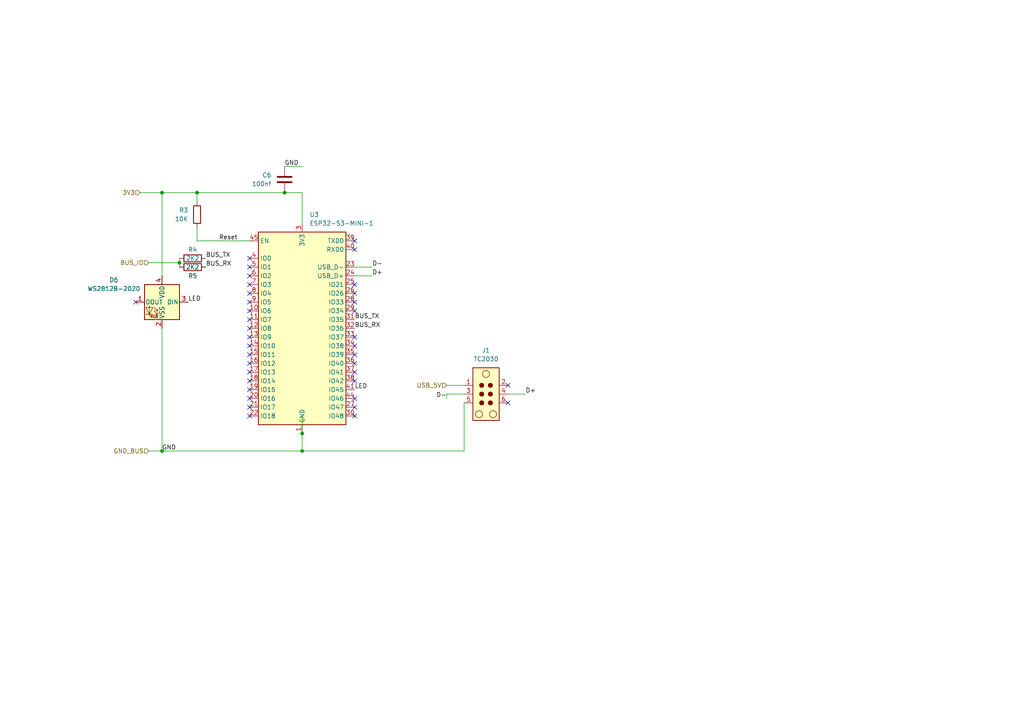
<source format=kicad_sch>
(kicad_sch (version 20250114) (generator "eeschema") (generator_version "9.0")
  (paper "A4")
  (title_block (title "ESP32 Controller") (date "2025-12-31") (rev "1.0"))
  (lib_symbols
    (symbol "Connector:TC2030" (in_bom no)
      (property "Reference" "J" (at 1.27 8.89 0))
      (property "Value" "TC2030" (at 1.27 -8.89 0))
      (symbol "TC2030_1_1"
        (rectangle (start -2.54 7.62) (end 5.08 -7.62) (stroke (width 0.254)) (fill (type background)))
        (circle (center -0.762 -5.842) (radius 1.016))
        (circle (center 0 2.54) (radius 0.635) (fill (type outline)))
        (circle (center 0 0) (radius 0.635) (fill (type outline)))
        (circle (center 0 -2.54) (radius 0.635) (fill (type outline)))
        (circle (center 1.27 5.842) (radius 1.016))
        (circle (center 2.54 2.54) (radius 0.635) (fill (type outline)))
        (circle (center 2.54 0) (radius 0.635) (fill (type outline)))
        (circle (center 2.54 -2.54) (radius 0.635) (fill (type outline)))
        (circle (center 3.302 -5.842) (radius 1.016))
        (pin passive line (at -5.08 2.54 0) (length 2.54) (name "~") (number "1"))
        (pin passive line (at -5.08 0 0) (length 2.54) (name "~") (number "3"))
        (pin passive line (at -5.08 -2.54 0) (length 2.54) (name "~") (number "5"))
        (pin passive line (at 7.62 2.54 180) (length 2.54) (name "~") (number "2"))
        (pin passive line (at 7.62 0 180) (length 2.54) (name "~") (number "4"))
        (pin passive line (at 7.62 -2.54 180) (length 2.54) (name "~") (number "6"))
      )
    )
    (symbol "Device:C" (pin_numbers (hide yes)) (pin_names (offset 0.254))
      (property "Reference" "C" (at 0.635 2.54 0))
      (property "Value" "C" (at 0.635 -2.54 0))
      (symbol "C_0_1"
        (polyline (pts (xy -2.032 0.762) (xy 2.032 0.762)) (stroke (width 0.508)))
        (polyline (pts (xy -2.032 -0.762) (xy 2.032 -0.762)) (stroke (width 0.508)))
      )
      (symbol "C_1_1"
        (pin passive line (at 0 3.81 270) (length 2.794) (name "~") (number "1"))
        (pin passive line (at 0 -3.81 90) (length 2.794) (name "~") (number "2"))
      )
    )
    (symbol "Device:R" (pin_numbers (hide yes)) (pin_names (offset 0))
      (property "Reference" "R" (at 2.032 0 90))
      (property "Value" "R" (at 0 0 90))
      (symbol "R_0_1"
        (rectangle (start -1.016 -2.54) (end 1.016 2.54) (stroke (width 0.254)))
      )
      (symbol "R_1_1"
        (pin passive line (at 0 3.81 270) (length 1.27) (name "~") (number "1"))
        (pin passive line (at 0 -3.81 90) (length 1.27) (name "~") (number "2"))
      )
    )
    (symbol "LED:WS2812B-2020" (pin_names (offset 0.254))
      (property "Reference" "D" (at 5.08 5.715 0))
      (property "Value" "WS2812B-2020" (at 1.27 -5.715 0))
      (symbol "WS2812B-2020_0_0"
        (text "RGB" (at 2.286 -4.191 0) (effects (font (size 0.762 0.762))))
      )
      (symbol "WS2812B-2020_0_1"
        (polyline (pts (xy 1.27 -2.54) (xy 1.778 -2.54)))
        (polyline (pts (xy 1.27 -3.556) (xy 1.778 -3.556)))
        (polyline (pts (xy 2.286 -1.524) (xy 1.27 -2.54) (xy 1.27 -2.032)))
        (polyline (pts (xy 2.286 -2.54) (xy 1.27 -3.556) (xy 1.27 -3.048)))
        (polyline (pts (xy 3.683 -1.016) (xy 3.683 -3.556) (xy 3.683 -4.064)))
        (polyline (pts (xy 4.699 -1.524) (xy 2.667 -1.524) (xy 3.683 -3.556) (xy 4.699 -1.524)))
        (polyline (pts (xy 4.699 -3.556) (xy 2.667 -3.556)))
        (rectangle (start 5.08 5.08) (end -5.08 -5.08) (stroke (width 0.254)) (fill (type background)))
      )
      (symbol "WS2812B-2020_1_1"
        (pin input line (at -7.62 0 0) (length 2.54) (name "DIN") (number "3"))
        (pin power_in line (at 0 7.62 270) (length 2.54) (name "VDD") (number "4"))
        (pin power_in line (at 0 -7.62 90) (length 2.54) (name "VSS") (number "2"))
        (pin output line (at 7.62 0 180) (length 2.54) (name "DOUT") (number "1"))
      )
    )
    (symbol "RF_Module:ESP32-S3-MINI-1"
      (property "Reference" "U" (at -11.43 29.21 0))
      (property "Value" "ESP32-S3-MINI-1" (at 12.7 29.21 0))
      (symbol "ESP32-S3-MINI-1_0_1"
        (rectangle (start -12.7 27.94) (end 12.7 -27.94) (stroke (width 0.254)) (fill (type background)))
      )
      (symbol "ESP32-S3-MINI-1_1_1"
        (pin input line (at -15.24 25.4 0) (length 2.54) (name "EN") (number "45"))
        (pin bidirectional line (at -15.24 20.32 0) (length 2.54) (name "IO0") (number "4"))
        (pin bidirectional line (at -15.24 17.78 0) (length 2.54) (name "IO1") (number "5"))
        (pin bidirectional line (at -15.24 15.24 0) (length 2.54) (name "IO2") (number "6"))
        (pin bidirectional line (at -15.24 12.7 0) (length 2.54) (name "IO3") (number "7"))
        (pin bidirectional line (at -15.24 10.16 0) (length 2.54) (name "IO4") (number "8"))
        (pin bidirectional line (at -15.24 7.62 0) (length 2.54) (name "IO5") (number "9"))
        (pin bidirectional line (at -15.24 5.08 0) (length 2.54) (name "IO6") (number "10"))
        (pin bidirectional line (at -15.24 2.54 0) (length 2.54) (name "IO7") (number "11"))
        (pin bidirectional line (at -15.24 0 0) (length 2.54) (name "IO8") (number "12"))
        (pin bidirectional line (at -15.24 -2.54 0) (length 2.54) (name "IO9") (number "13"))
        (pin bidirectional line (at -15.24 -5.08 0) (length 2.54) (name "IO10") (number "14"))
        (pin bidirectional line (at -15.24 -7.62 0) (length 2.54) (name "IO11") (number "15"))
        (pin bidirectional line (at -15.24 -10.16 0) (length 2.54) (name "IO12") (number "16"))
        (pin bidirectional line (at -15.24 -12.7 0) (length 2.54) (name "IO13") (number "17"))
        (pin bidirectional line (at -15.24 -15.24 0) (length 2.54) (name "IO14") (number "18"))
        (pin bidirectional line (at -15.24 -17.78 0) (length 2.54) (name "IO15") (number "19"))
        (pin bidirectional line (at -15.24 -20.32 0) (length 2.54) (name "IO16") (number "20"))
        (pin bidirectional line (at -15.24 -22.86 0) (length 2.54) (name "IO17") (number "21"))
        (pin bidirectional line (at -15.24 -25.4 0) (length 2.54) (name "IO18") (number "22"))
        (pin power_in line (at 0 30.48 270) (length 2.54) (name "3V3") (number "3"))
        (pin power_in line (at 0 -30.48 90) (length 2.54) (name "GND") (number "1"))
        (pin passive line (at 0 -30.48 90) (length 2.54) (hide yes) (name "GND") (number "2"))
        (pin passive line (at 0 -30.48 90) (length 2.54) (hide yes) (name "GND") (number "42"))
        (pin passive line (at 0 -30.48 90) (length 2.54) (hide yes) (name "GND") (number "43"))
        (pin passive line (at 0 -30.48 90) (length 2.54) (hide yes) (name "GND") (number "46"))
        (pin passive line (at 0 -30.48 90) (length 2.54) (hide yes) (name "GND") (number "47"))
        (pin passive line (at 0 -30.48 90) (length 2.54) (hide yes) (name "GND") (number "48"))
        (pin passive line (at 0 -30.48 90) (length 2.54) (hide yes) (name "GND") (number "49"))
        (pin passive line (at 0 -30.48 90) (length 2.54) (hide yes) (name "GND") (number "50"))
        (pin passive line (at 0 -30.48 90) (length 2.54) (hide yes) (name "GND") (number "51"))
        (pin passive line (at 0 -30.48 90) (length 2.54) (hide yes) (name "GND") (number "52"))
        (pin passive line (at 0 -30.48 90) (length 2.54) (hide yes) (name "GND") (number "53"))
        (pin passive line (at 0 -30.48 90) (length 2.54) (hide yes) (name "GND") (number "54"))
        (pin passive line (at 0 -30.48 90) (length 2.54) (hide yes) (name "GND") (number "55"))
        (pin passive line (at 0 -30.48 90) (length 2.54) (hide yes) (name "GND") (number "56"))
        (pin passive line (at 0 -30.48 90) (length 2.54) (hide yes) (name "GND") (number "57"))
        (pin passive line (at 0 -30.48 90) (length 2.54) (hide yes) (name "GND") (number "58"))
        (pin passive line (at 0 -30.48 90) (length 2.54) (hide yes) (name "GND") (number "59"))
        (pin passive line (at 0 -30.48 90) (length 2.54) (hide yes) (name "GND") (number "60"))
        (pin passive line (at 0 -30.48 90) (length 2.54) (hide yes) (name "GND") (number "61"))
        (pin passive line (at 0 -30.48 90) (length 2.54) (hide yes) (name "GND") (number "62"))
        (pin passive line (at 0 -30.48 90) (length 2.54) (hide yes) (name "GND") (number "63"))
        (pin passive line (at 0 -30.48 90) (length 2.54) (hide yes) (name "GND") (number "64"))
        (pin passive line (at 0 -30.48 90) (length 2.54) (hide yes) (name "GND") (number "65"))
        (pin bidirectional line (at 15.24 25.4 180) (length 2.54) (name "TXD0") (number "39"))
        (pin bidirectional line (at 15.24 22.86 180) (length 2.54) (name "RXD0") (number "40"))
        (pin bidirectional line (at 15.24 17.78 180) (length 2.54) (name "USB_D-") (number "23"))
        (pin bidirectional line (at 15.24 15.24 180) (length 2.54) (name "USB_D+") (number "24"))
        (pin bidirectional line (at 15.24 12.7 180) (length 2.54) (name "IO21") (number "25"))
        (pin bidirectional line (at 15.24 10.16 180) (length 2.54) (name "IO26") (number "26"))
        (pin bidirectional line (at 15.24 7.62 180) (length 2.54) (name "IO33") (number "28"))
        (pin bidirectional line (at 15.24 5.08 180) (length 2.54) (name "IO34") (number "29"))
        (pin bidirectional line (at 15.24 2.54 180) (length 2.54) (name "IO35") (number "31"))
        (pin bidirectional line (at 15.24 0 180) (length 2.54) (name "IO36") (number "32"))
        (pin bidirectional line (at 15.24 -2.54 180) (length 2.54) (name "IO37") (number "33"))
        (pin bidirectional line (at 15.24 -5.08 180) (length 2.54) (name "IO38") (number "34"))
        (pin bidirectional line (at 15.24 -7.62 180) (length 2.54) (name "IO39") (number "35"))
        (pin bidirectional line (at 15.24 -10.16 180) (length 2.54) (name "IO40") (number "36"))
        (pin bidirectional line (at 15.24 -12.7 180) (length 2.54) (name "IO41") (number "37"))
        (pin bidirectional line (at 15.24 -15.24 180) (length 2.54) (name "IO42") (number "38"))
        (pin bidirectional line (at 15.24 -17.78 180) (length 2.54) (name "IO45") (number "41"))
        (pin bidirectional line (at 15.24 -20.32 180) (length 2.54) (name "IO46") (number "44"))
        (pin bidirectional line (at 15.24 -22.86 180) (length 2.54) (name "IO47") (number "27"))
        (pin bidirectional line (at 15.24 -25.4 180) (length 2.54) (name "IO48") (number "30"))
      )
    )
  )
  (junction (at 87.63 130.81))
  (junction (at 82.55 55.88))
  (junction (at 46.99 130.81))
  (junction (at 57.15 55.88))
  (junction (at 52.07 76.2))
  (junction (at 87.63 125.73))
  (junction (at 46.99 55.88))
  (no_connect (at 72.39 115.57))
  (no_connect (at 147.32 116.84))
  (no_connect (at 72.39 74.93))
  (no_connect (at 102.87 90.17))
  (no_connect (at 102.87 82.55))
  (no_connect (at 72.39 120.65))
  (no_connect (at 72.39 85.09))
  (no_connect (at 102.87 110.49))
  (no_connect (at 72.39 92.71))
  (no_connect (at 102.87 107.95))
  (no_connect (at 72.39 110.49))
  (no_connect (at 147.32 111.76))
  (no_connect (at 72.39 95.25))
  (no_connect (at 72.39 100.33))
  (no_connect (at 102.87 120.65))
  (no_connect (at 72.39 97.79))
  (no_connect (at 39.37 87.63))
  (no_connect (at 102.87 105.41))
  (no_connect (at 72.39 80.01))
  (no_connect (at 102.87 69.85))
  (no_connect (at 102.87 87.63))
  (no_connect (at 102.87 118.11))
  (no_connect (at 102.87 85.09))
  (no_connect (at 102.87 72.39))
  (no_connect (at 72.39 118.11))
  (no_connect (at 72.39 77.47))
  (no_connect (at 72.39 102.87))
  (no_connect (at 102.87 115.57))
  (no_connect (at 72.39 87.63))
  (no_connect (at 72.39 82.55))
  (no_connect (at 72.39 113.03))
  (no_connect (at 72.39 107.95))
  (no_connect (at 102.87 97.79))
  (no_connect (at 102.87 102.87))
  (no_connect (at 72.39 90.17))
  (no_connect (at 72.39 105.41))
  (no_connect (at 102.87 100.33))
  (wire (pts (xy 46.99 95.25) (xy 46.99 130.81)))
  (wire (pts (xy 46.99 55.88) (xy 57.15 55.88)))
  (wire (pts (xy 46.99 55.88) (xy 46.99 80.01)))
  (wire (pts (xy 82.55 55.88) (xy 87.63 55.88)))
  (wire (pts (xy 102.87 80.01) (xy 107.95 80.01)))
  (wire (pts (xy 129.54 114.3) (xy 134.62 114.3)))
  (wire (pts (xy 43.18 130.81) (xy 46.99 130.81)))
  (wire (pts (xy 43.18 76.2) (xy 52.07 76.2)))
  (wire (pts (xy 46.99 130.81) (xy 87.63 130.81)))
  (wire (pts (xy 129.54 115.57) (xy 129.54 114.3)))
  (wire (pts (xy 134.62 116.84) (xy 134.62 130.81)))
  (wire (pts (xy 57.15 66.04) (xy 57.15 69.85)))
  (wire (pts (xy 52.07 74.93) (xy 52.07 76.2)))
  (wire (pts (xy 129.54 111.76) (xy 134.62 111.76)))
  (wire (pts (xy 87.63 48.26) (xy 82.55 48.26)))
  (wire (pts (xy 87.63 130.81) (xy 87.63 125.73)))
  (wire (pts (xy 107.95 77.47) (xy 102.87 77.47)))
  (wire (pts (xy 57.15 69.85) (xy 72.39 69.85)))
  (wire (pts (xy 147.32 114.3) (xy 152.4 114.3)))
  (wire (pts (xy 87.63 125.73) (xy 87.63 120.65)))
  (wire (pts (xy 57.15 55.88) (xy 57.15 58.42)))
  (wire (pts (xy 57.15 55.88) (xy 82.55 55.88)))
  (wire (pts (xy 40.64 55.88) (xy 46.99 55.88)))
  (wire (pts (xy 87.63 130.81) (xy 134.62 130.81)))
  (wire (pts (xy 87.63 55.88) (xy 87.63 64.77)))
  (wire (pts (xy 52.07 76.2) (xy 52.07 77.47)))
  (label "LED" (at 54.61 87.63 0))
  (label "D+" (at 107.95 80.01 0))
  (label "GND" (at 46.99 130.81 0))
  (label "BUS_TX" (at 102.87 92.71 0))
  (label "BUS_RX" (at 102.87 95.25 0))
  (label "D-" (at 129.54 115.57 180))
  (label "D+" (at 152.4 114.3 0))
  (label "Reset" (at 63.5 69.85 0))
  (label "D-" (at 107.95 77.47 0))
  (label "BUS_RX" (at 59.69 77.47 0))
  (label "GND" (at 82.55 48.26 0))
  (label "BUS_TX" (at 59.69 74.93 0))
  (label "LED" (at 102.87 113.03 0))
  (hierarchical_label "BUS_IO" (shape input) (at 43.18 76.2 180))
  (hierarchical_label "3V3" (shape input) (at 40.64 55.88 180))
  (hierarchical_label "GND_BUS" (shape input) (at 43.18 130.81 180))
  (hierarchical_label "USB_5V" (shape input) (at 129.54 111.76 180))
  (symbol (lib_id "Device:R") (at 55.88 77.47 270) (unit 1)
    (property "Reference" "R5" (at 55.88 80.01 90))
    (property "Value" "2K2" (at 55.88 77.47 90))
    (property "Footprint" "Resistor_SMD:R_0603_1608Metric" (effects (hide yes)))
    (property "Description" "Resistor" (effects (hide yes)))
    (property "LCSC" "C25744" (effects (hide yes)))
  )
  (symbol (lib_id "Device:C") (at 82.55 52.07 0) (mirror x) (unit 1)
    (property "Reference" "C6" (at 78.74 50.7999 0) (effects (justify right)))
    (property "Value" "100nf" (at 78.74 53.3399 0) (effects (justify right)))
    (property "Footprint" "Capacitor_SMD:C_0603_1608Metric" (effects (hide yes)))
    (property "Description" "Unpolarized capacitor" (effects (hide yes)))
    (property "LCSC" "C52711259" (effects (hide yes)))
  )
  (symbol (lib_id "Device:R") (at 55.88 74.93 270) (unit 1)
    (property "Reference" "R4" (at 55.88 72.39 90))
    (property "Value" "2K2" (at 55.88 74.93 90))
    (property "Footprint" "Resistor_SMD:R_0603_1608Metric" (effects (hide yes)))
    (property "Description" "Resistor" (effects (hide yes)))
    (property "LCSC" "C25744" (effects (hide yes)))
  )
  (symbol (lib_id "RF_Module:ESP32-S3-MINI-1") (at 87.63 95.25 0) (unit 1)
    (property "Reference" "U3" (at 89.7733 62.23 0) (effects (justify left)))
    (property "Value" "ESP32-S3-MINI-1" (at 89.7733 64.77 0) (effects (justify left)))
    (property "Footprint" "RF_Module:ESP32-S2-MINI-1" (effects (hide yes)))
    (property "Datasheet" "https://www.espressif.com/sites/default/files/documentation/esp32-s3-mini-1_mini-1u_datasheet_en.pdf" (effects (hide yes)))
    (property "Description" "RF Module, ESP32-S3 SoC, Wi-Fi 802.11b/g/n, Bluetooth, BLE, 32-bit, 3.3V, SMD, onboard antenna" (effects (hide yes)))
  )
  (symbol (lib_id "LED:WS2812B-2020") (at 46.99 87.63 0) (mirror y) (unit 1)
    (property "Reference" "D6" (at 33.02 81.2098 0))
    (property "Value" "WS2812B-2020" (at 33.02 83.7498 0))
    (property "Footprint" "123:LED_SK6805D-OPSCO_2.1x2.1mm" (effects (hide yes)))
    (property "Datasheet" "https://cdn-shop.adafruit.com/product-files/4684/4684_WS2812B-2020_V1.3_EN.pdf" (effects (hide yes)))
    (property "Description" "RGB LED with integrated controller, 2.0 x 2.0 mm, 12 mA" (effects (hide yes)))
  )
  (symbol (lib_id "Device:R") (at 57.15 62.23 0) (mirror y) (unit 1)
    (property "Reference" "R3" (at 54.61 60.9599 0) (effects (justify left)))
    (property "Value" "10K" (at 54.61 63.4999 0) (effects (justify left)))
    (property "Footprint" "Resistor_SMD:R_0603_1608Metric" (effects (hide yes)))
    (property "Description" "Resistor" (effects (hide yes)))
    (property "LCSC" "C25744" (effects (hide yes)))
  )
  (symbol (lib_id "Connector:TC2030") (at 139.7 114.3 0) (unit 1) (in_bom no)
    (property "Reference" "J1" (at 140.97 101.6 0))
    (property "Value" "TC2030" (at 140.97 104.14 0))
    (property "Footprint" "Connector:Tag-Connect_TC2030-IDC-NL_2x03_P1.27mm_Vertical" (effects (hide yes)))
    (property "Datasheet" "https://www.tag-connect.com/wp-content/uploads/bsk-pdf-manager/2019/12/TC2030-IDC-NL-Datasheet-Rev-B.pdf" (effects (hide yes)))
    (property "Description" "Tag-Connect’s 6-pins connector" (effects (hide yes)))
  )
)
</source>
